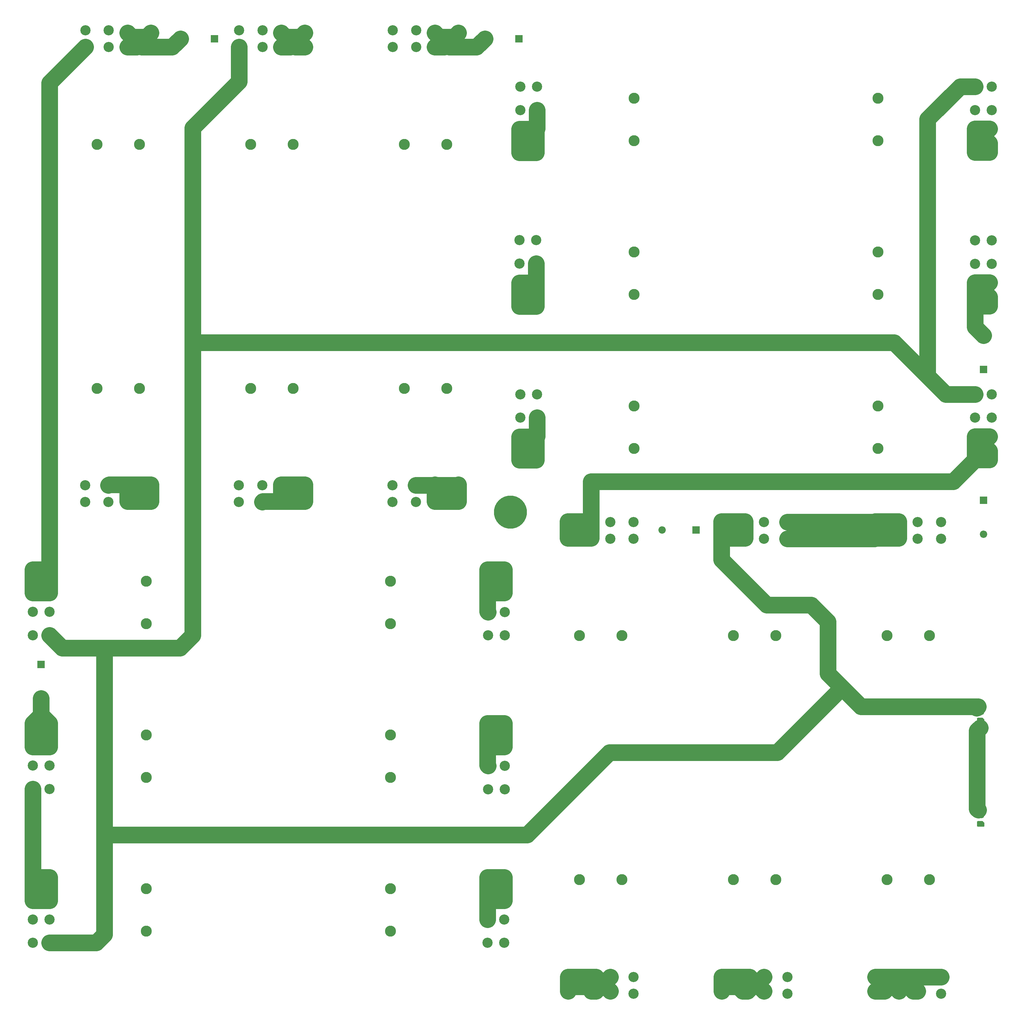
<source format=gbr>
G04 #@! TF.GenerationSoftware,KiCad,Pcbnew,5.1.4-e60b266~84~ubuntu18.04.1*
G04 #@! TF.CreationDate,2019-11-17T22:51:33-05:00*
G04 #@! TF.ProjectId,data_pod_battery_board,64617461-5f70-46f6-945f-626174746572,1*
G04 #@! TF.SameCoordinates,Original*
G04 #@! TF.FileFunction,Copper,L1,Top*
G04 #@! TF.FilePolarity,Positive*
%FSLAX46Y46*%
G04 Gerber Fmt 4.6, Leading zero omitted, Abs format (unit mm)*
G04 Created by KiCad (PCBNEW 5.1.4-e60b266~84~ubuntu18.04.1) date 2019-11-17 22:51:33*
%MOMM*%
%LPD*%
G04 APERTURE LIST*
%ADD10R,3.048000X6.000000*%
%ADD11C,3.048000*%
%ADD12R,6.000000X3.048000*%
%ADD13O,2.200000X2.200000*%
%ADD14R,2.200000X2.200000*%
%ADD15C,1.417157*%
%ADD16C,0.100000*%
%ADD17O,2.200000X1.700000*%
%ADD18C,3.302000*%
%ADD19C,9.906000*%
%ADD20C,5.000000*%
%ADD21C,1.000000*%
G04 APERTURE END LIST*
D10*
X321380652Y-205197848D03*
D11*
X324880652Y-207697848D03*
X317880652Y-207697848D03*
X317880652Y-202697848D03*
X324880652Y-202697848D03*
X393758152Y-164637848D03*
X393758152Y-171637848D03*
X398758152Y-171637848D03*
X398758152Y-164637848D03*
D10*
X321460652Y-341377848D03*
D11*
X317960652Y-338877848D03*
X324960652Y-338877848D03*
X324960652Y-343877848D03*
X317960652Y-343877848D03*
X262648152Y-164637848D03*
X262648152Y-171637848D03*
X257648152Y-171637848D03*
X257648152Y-164637848D03*
X337580652Y-338877848D03*
X330580652Y-338877848D03*
X330580652Y-343877848D03*
X337580652Y-343877848D03*
D12*
X259968152Y-180837848D03*
D11*
X262468152Y-177337848D03*
X262468152Y-184337848D03*
X257468152Y-184337848D03*
X257468152Y-177337848D03*
X337580652Y-202877848D03*
X330580652Y-202877848D03*
X330580652Y-207877848D03*
X337580652Y-207877848D03*
D12*
X396258152Y-180757848D03*
D11*
X393758152Y-184257848D03*
X393758152Y-177257848D03*
X398758152Y-177257848D03*
X398758152Y-184257848D03*
D10*
X367385652Y-205197848D03*
D11*
X370885652Y-207697848D03*
X363885652Y-207697848D03*
X363885652Y-202697848D03*
X370885652Y-202697848D03*
D10*
X275375652Y-205197848D03*
D11*
X278875652Y-207697848D03*
X271875652Y-207697848D03*
X271875652Y-202697848D03*
X278875652Y-202697848D03*
D10*
X367465652Y-341377848D03*
D11*
X363965652Y-338877848D03*
X370965652Y-338877848D03*
X370965652Y-343877848D03*
X363965652Y-343877848D03*
D10*
X275455652Y-341377848D03*
D11*
X271955652Y-338877848D03*
X278955652Y-338877848D03*
X278955652Y-343877848D03*
X271955652Y-343877848D03*
X383585652Y-338877848D03*
X376585652Y-338877848D03*
X376585652Y-343877848D03*
X383585652Y-343877848D03*
X291575652Y-338877848D03*
X284575652Y-338877848D03*
X284575652Y-343877848D03*
X291575652Y-343877848D03*
X383585652Y-202877848D03*
X376585652Y-202877848D03*
X376585652Y-207877848D03*
X383585652Y-207877848D03*
X291575652Y-202877848D03*
X284575652Y-202877848D03*
X284575652Y-207877848D03*
X291575652Y-207877848D03*
D13*
X396258152Y-206451848D03*
D14*
X396258152Y-196291848D03*
D13*
X300098152Y-205187848D03*
D14*
X310258152Y-205187848D03*
D11*
X393758152Y-72627848D03*
X393758152Y-79627848D03*
X398758152Y-79627848D03*
X398758152Y-72627848D03*
X173530652Y-60787848D03*
X180530652Y-60787848D03*
X180530652Y-55787848D03*
X173530652Y-55787848D03*
X116768152Y-236677848D03*
X116768152Y-229677848D03*
X111768152Y-229677848D03*
X111768152Y-236677848D03*
X116768152Y-328687848D03*
X116768152Y-321687848D03*
X111768152Y-321687848D03*
X111768152Y-328687848D03*
X257648152Y-72627848D03*
X257648152Y-79627848D03*
X262648152Y-79627848D03*
X262648152Y-72627848D03*
X180450652Y-191877848D03*
X173450652Y-191877848D03*
X173450652Y-196877848D03*
X180450652Y-196877848D03*
X248038152Y-229757848D03*
X248038152Y-236757848D03*
X253038152Y-236757848D03*
X253038152Y-229757848D03*
X252858152Y-328687848D03*
X252858152Y-321687848D03*
X247858152Y-321687848D03*
X247858152Y-328687848D03*
D12*
X259968152Y-88827848D03*
D11*
X262468152Y-85327848D03*
X262468152Y-92327848D03*
X257468152Y-92327848D03*
X257468152Y-85327848D03*
D10*
X189650652Y-194197848D03*
D11*
X193150652Y-196697848D03*
X186150652Y-196697848D03*
X186150652Y-191697848D03*
X193150652Y-191697848D03*
D12*
X250358152Y-220557848D03*
D11*
X252858152Y-217057848D03*
X252858152Y-224057848D03*
X247858152Y-224057848D03*
X247858152Y-217057848D03*
D12*
X250358152Y-312567848D03*
D11*
X252858152Y-309067848D03*
X252858152Y-316067848D03*
X247858152Y-316067848D03*
X247858152Y-309067848D03*
D12*
X396258152Y-88747848D03*
D11*
X393758152Y-92247848D03*
X393758152Y-85247848D03*
X398758152Y-85247848D03*
X398758152Y-92247848D03*
X193150652Y-55787848D03*
X186150652Y-55787848D03*
X186150652Y-60787848D03*
X193150652Y-60787848D03*
D10*
X189650652Y-58287848D03*
D11*
X111768152Y-217057848D03*
X111768152Y-224057848D03*
X116768152Y-224057848D03*
X116768152Y-217057848D03*
D12*
X114268152Y-220557848D03*
X114268152Y-312567848D03*
D11*
X116768152Y-309067848D03*
X116768152Y-316067848D03*
X111768152Y-316067848D03*
X111768152Y-309067848D03*
X393758152Y-118632848D03*
X393758152Y-125632848D03*
X398758152Y-125632848D03*
X398758152Y-118632848D03*
X219535652Y-60787848D03*
X226535652Y-60787848D03*
X226535652Y-55787848D03*
X219535652Y-55787848D03*
X127525652Y-60787848D03*
X134525652Y-60787848D03*
X134525652Y-55787848D03*
X127525652Y-55787848D03*
X116768152Y-282682848D03*
X116768152Y-275682848D03*
X111768152Y-275682848D03*
X111768152Y-282682848D03*
X262468152Y-125552848D03*
X262468152Y-118552848D03*
X257468152Y-118552848D03*
X257468152Y-125552848D03*
X226455652Y-191877848D03*
X219455652Y-191877848D03*
X219455652Y-196877848D03*
X226455652Y-196877848D03*
X134445652Y-191877848D03*
X127445652Y-191877848D03*
X127445652Y-196877848D03*
X134445652Y-196877848D03*
X248038152Y-275762848D03*
X248038152Y-282762848D03*
X253038152Y-282762848D03*
X253038152Y-275762848D03*
D12*
X259968152Y-134832848D03*
D11*
X262468152Y-131332848D03*
X262468152Y-138332848D03*
X257468152Y-138332848D03*
X257468152Y-131332848D03*
D10*
X235655652Y-194197848D03*
D11*
X239155652Y-196697848D03*
X232155652Y-196697848D03*
X232155652Y-191697848D03*
X239155652Y-191697848D03*
D10*
X143645652Y-194197848D03*
D11*
X147145652Y-196697848D03*
X140145652Y-196697848D03*
X140145652Y-191697848D03*
X147145652Y-191697848D03*
D12*
X250358152Y-266562848D03*
D11*
X252858152Y-263062848D03*
X252858152Y-270062848D03*
X247858152Y-270062848D03*
X247858152Y-263062848D03*
D12*
X396258152Y-134752848D03*
D11*
X393758152Y-138252848D03*
X393758152Y-131252848D03*
X398758152Y-131252848D03*
X398758152Y-138252848D03*
D10*
X235655652Y-58287848D03*
D11*
X239155652Y-60787848D03*
X232155652Y-60787848D03*
X232155652Y-55787848D03*
X239155652Y-55787848D03*
D10*
X143645652Y-58287848D03*
D11*
X147145652Y-60787848D03*
X140145652Y-60787848D03*
X140145652Y-55787848D03*
X147145652Y-55787848D03*
D12*
X114268152Y-266562848D03*
D11*
X116768152Y-263062848D03*
X116768152Y-270062848D03*
X111768152Y-270062848D03*
X111768152Y-263062848D03*
D13*
X396258152Y-147015848D03*
D14*
X396258152Y-157175848D03*
D13*
X247098152Y-58287848D03*
D14*
X257258152Y-58287848D03*
D13*
X155998152Y-58287848D03*
D14*
X166158152Y-58287848D03*
D13*
X114268152Y-255607848D03*
D14*
X114268152Y-245447848D03*
D15*
X395458152Y-293087848D03*
D16*
G36*
X394559379Y-293933044D02*
G01*
X394512481Y-293918818D01*
X394469259Y-293895715D01*
X394431375Y-293864625D01*
X394400285Y-293826741D01*
X394377182Y-293783519D01*
X394362956Y-293736621D01*
X394358152Y-293687848D01*
X394358152Y-292487848D01*
X394362956Y-292439075D01*
X394377182Y-292392177D01*
X394400285Y-292348955D01*
X394431375Y-292311071D01*
X394469259Y-292279981D01*
X394512481Y-292256878D01*
X394559379Y-292242652D01*
X394608152Y-292237848D01*
X395908152Y-292237848D01*
X395956925Y-292242652D01*
X396003823Y-292256878D01*
X396047045Y-292279981D01*
X396084929Y-292311071D01*
X396484929Y-292711071D01*
X396516019Y-292748955D01*
X396539122Y-292792177D01*
X396553348Y-292839075D01*
X396558152Y-292887848D01*
X396558152Y-293687848D01*
X396553348Y-293736621D01*
X396539122Y-293783519D01*
X396516019Y-293826741D01*
X396484929Y-293864625D01*
X396447045Y-293895715D01*
X396403823Y-293918818D01*
X396356925Y-293933044D01*
X396308152Y-293937848D01*
X394608152Y-293937848D01*
X394559379Y-293933044D01*
X394559379Y-293933044D01*
G37*
D17*
X395458152Y-290587848D03*
X395458152Y-259687848D03*
D15*
X395458152Y-262187848D03*
D16*
G36*
X394559379Y-263033044D02*
G01*
X394512481Y-263018818D01*
X394469259Y-262995715D01*
X394431375Y-262964625D01*
X394400285Y-262926741D01*
X394377182Y-262883519D01*
X394362956Y-262836621D01*
X394358152Y-262787848D01*
X394358152Y-261587848D01*
X394362956Y-261539075D01*
X394377182Y-261492177D01*
X394400285Y-261448955D01*
X394431375Y-261411071D01*
X394469259Y-261379981D01*
X394512481Y-261356878D01*
X394559379Y-261342652D01*
X394608152Y-261337848D01*
X395908152Y-261337848D01*
X395956925Y-261342652D01*
X396003823Y-261356878D01*
X396047045Y-261379981D01*
X396084929Y-261411071D01*
X396484929Y-261811071D01*
X396516019Y-261848955D01*
X396539122Y-261892177D01*
X396553348Y-261939075D01*
X396558152Y-261987848D01*
X396558152Y-262787848D01*
X396553348Y-262836621D01*
X396539122Y-262883519D01*
X396516019Y-262926741D01*
X396484929Y-262964625D01*
X396447045Y-262995715D01*
X396403823Y-263018818D01*
X396356925Y-263033044D01*
X396308152Y-263037848D01*
X394608152Y-263037848D01*
X394559379Y-263033044D01*
X394559379Y-263033044D01*
G37*
D18*
X145770652Y-325227848D03*
X364720652Y-76087848D03*
X130985652Y-89872848D03*
X380125652Y-309822848D03*
X218795652Y-325227848D03*
X218795652Y-279222848D03*
X145770652Y-233217848D03*
X218795652Y-233217848D03*
X145770652Y-312527848D03*
X145770652Y-266522848D03*
X145770652Y-220517848D03*
X218795652Y-312527848D03*
X218795652Y-266522848D03*
X218795652Y-220517848D03*
X176990652Y-89872848D03*
X222995652Y-89872848D03*
X130995652Y-162847848D03*
X176990652Y-162897848D03*
X222995652Y-162897848D03*
X143685652Y-89872848D03*
X189690652Y-89872848D03*
X235695652Y-89872848D03*
X143685652Y-162897848D03*
X189690652Y-162897848D03*
X235695652Y-162897848D03*
X291695652Y-76087848D03*
X364720652Y-122092848D03*
X291695652Y-122092848D03*
X364720652Y-168097848D03*
X291695652Y-168097848D03*
X364720652Y-88787848D03*
X364720652Y-134792848D03*
X364720652Y-180797848D03*
X291695652Y-88787848D03*
X291695652Y-134792848D03*
X291695652Y-180797848D03*
X334120652Y-309822848D03*
X288115652Y-309822848D03*
X380125652Y-236797848D03*
X334120652Y-236797848D03*
X288115652Y-236797848D03*
X367425652Y-309822848D03*
X321420652Y-309822848D03*
X275415652Y-309822848D03*
X367425652Y-236797848D03*
X321420652Y-236797848D03*
X275415652Y-236797848D03*
D19*
X254745652Y-199847848D03*
D18*
X145770652Y-279222848D03*
D20*
X111768152Y-265062848D02*
X116768152Y-270062848D01*
X111768152Y-263062848D02*
X111768152Y-265062848D01*
X111768152Y-263062848D02*
X111768152Y-270062848D01*
X116768152Y-263062848D02*
X116768152Y-270062848D01*
X116768152Y-270062848D02*
X111768152Y-270062848D01*
X111768152Y-263062848D02*
X116768152Y-263062848D01*
X114268152Y-260562848D02*
X116768152Y-263062848D01*
X114268152Y-255607848D02*
X114268152Y-260562848D01*
X111768152Y-263062848D02*
X114268152Y-260562848D01*
X142880662Y-60787848D02*
X147145652Y-56522858D01*
X140145652Y-60787848D02*
X142880662Y-60787848D01*
X144410642Y-60787848D02*
X140145652Y-56522858D01*
X147145652Y-60787848D02*
X144410642Y-60787848D01*
X153498152Y-60787848D02*
X155998152Y-58287848D01*
X147145652Y-60787848D02*
X153498152Y-60787848D01*
X234890662Y-60787848D02*
X239155652Y-56522858D01*
X232155652Y-60787848D02*
X234890662Y-60787848D01*
X236420642Y-60787848D02*
X232155652Y-56522858D01*
X239155652Y-60787848D02*
X236420642Y-60787848D01*
X244598152Y-60787848D02*
X247098152Y-58287848D01*
X239155652Y-60787848D02*
X244598152Y-60787848D01*
X398070642Y-135565338D02*
X398070642Y-138252848D01*
X393758152Y-131252848D02*
X398070642Y-135565338D01*
X393758152Y-135565338D02*
X398070642Y-131252848D01*
X393758152Y-138252848D02*
X393758152Y-135565338D01*
X393758152Y-131252848D02*
X393758152Y-138252848D01*
X393758152Y-144515848D02*
X396258152Y-147015848D01*
X393758152Y-138252848D02*
X393758152Y-144515848D01*
X393758152Y-131252848D02*
X398070642Y-131252848D01*
X393758152Y-138252848D02*
X398070642Y-138252848D01*
D21*
X396158152Y-263387848D02*
X396158152Y-289987848D01*
D20*
X394358152Y-288587848D02*
X394724151Y-288953847D01*
X394358152Y-287287848D02*
X394358152Y-288587848D01*
D21*
X394358152Y-287287848D02*
X394358152Y-289387848D01*
X394358152Y-263087848D02*
X394358152Y-287287848D01*
D20*
X394358152Y-287287848D02*
X394358152Y-265287848D01*
X394358152Y-265287848D02*
X395258152Y-264387848D01*
D21*
X395258152Y-263137848D02*
X395258152Y-264387848D01*
X395258152Y-264387848D02*
X395258152Y-290587848D01*
D20*
X252858152Y-270062848D02*
X247858152Y-270062848D01*
X247858152Y-270062848D02*
X247858152Y-263062848D01*
X247858152Y-263062848D02*
X252858152Y-263062848D01*
X252858152Y-263062848D02*
X252858152Y-270062848D01*
X247858152Y-275582848D02*
X248038152Y-275762848D01*
X247858152Y-270062848D02*
X247858152Y-275582848D01*
X140145652Y-191697848D02*
X147145652Y-191697848D01*
X147145652Y-191697848D02*
X147145652Y-196697848D01*
X147145652Y-196697848D02*
X140145652Y-196697848D01*
X140145652Y-191697848D02*
X140145652Y-196697848D01*
X134625652Y-191697848D02*
X134445652Y-191877848D01*
X140145652Y-191697848D02*
X134625652Y-191697848D01*
X238975652Y-191877848D02*
X239155652Y-191697848D01*
X226455652Y-191877848D02*
X238975652Y-191877848D01*
X239155652Y-191697848D02*
X239155652Y-196697848D01*
X239155652Y-196697848D02*
X232155652Y-196697848D01*
X232155652Y-196697848D02*
X232155652Y-191697848D01*
X257468152Y-131332848D02*
X257468152Y-138332848D01*
X257468152Y-138332848D02*
X262468152Y-138332848D01*
X262468152Y-138332848D02*
X262468152Y-131332848D01*
X262468152Y-131332848D02*
X257468152Y-131332848D01*
X262468152Y-125552848D02*
X262468152Y-131332848D01*
X111768152Y-309067848D02*
X116768152Y-309067848D01*
X111768152Y-316067848D02*
X116768152Y-316067848D01*
X116768152Y-316067848D02*
X116768152Y-309067848D01*
X111768152Y-316067848D02*
X111768152Y-309067848D01*
X111768152Y-282682848D02*
X111768152Y-309067848D01*
X111768152Y-217057848D02*
X111768152Y-224057848D01*
X116768152Y-217057848D02*
X116768152Y-224057848D01*
X116768152Y-224057848D02*
X111768152Y-224057848D01*
X111768152Y-217057848D02*
X116768152Y-217057848D01*
X116768152Y-71545348D02*
X127525652Y-60787848D01*
X116768152Y-217057848D02*
X116768152Y-71545348D01*
X190415642Y-60787848D02*
X186150652Y-56522858D01*
X193150652Y-60787848D02*
X190415642Y-60787848D01*
X188885662Y-60787848D02*
X193150652Y-56522858D01*
X186150652Y-60787848D02*
X188885662Y-60787848D01*
X398070642Y-89560338D02*
X398070642Y-92247848D01*
X393758152Y-85247848D02*
X398070642Y-89560338D01*
X393758152Y-89560338D02*
X398070642Y-85247848D01*
X393758152Y-92247848D02*
X393758152Y-89560338D01*
X393758152Y-85247848D02*
X393758152Y-92247848D01*
X393758152Y-85247848D02*
X398070642Y-85247848D01*
X393758152Y-92247848D02*
X398070642Y-92247848D01*
X252858152Y-309067848D02*
X252858152Y-316067848D01*
X252858152Y-316067848D02*
X247858152Y-316067848D01*
X247858152Y-309067848D02*
X247858152Y-316067848D01*
X247858152Y-309067848D02*
X252858152Y-309067848D01*
X247858152Y-316067848D02*
X247858152Y-321687848D01*
X247858152Y-217057848D02*
X252858152Y-217057848D01*
X252858152Y-217057848D02*
X252858152Y-224057848D01*
X252858152Y-224057848D02*
X247858152Y-224057848D01*
X247858152Y-224057848D02*
X247858152Y-217057848D01*
X247858152Y-229577848D02*
X248038152Y-229757848D01*
X247858152Y-224057848D02*
X247858152Y-229577848D01*
X186150652Y-191697848D02*
X193150652Y-191697848D01*
X193150652Y-191697848D02*
X193150652Y-196697848D01*
X180630652Y-196697848D02*
X180450652Y-196877848D01*
X193150652Y-196697848D02*
X180630652Y-196697848D01*
X186150652Y-191697848D02*
X186150652Y-196697848D01*
X257468152Y-85327848D02*
X257468152Y-92327848D01*
X257468152Y-92327848D02*
X262468152Y-92327848D01*
X262468152Y-92327848D02*
X262468152Y-85327848D01*
X262468152Y-85327848D02*
X257468152Y-85327848D01*
X262648152Y-85147848D02*
X262468152Y-85327848D01*
X262648152Y-79627848D02*
X262648152Y-85147848D01*
X317880652Y-202697848D02*
X324880652Y-202697848D01*
X324880652Y-202697848D02*
X324880652Y-207697848D01*
X324880652Y-207697848D02*
X317880652Y-207697848D01*
X317880652Y-202697848D02*
X317880652Y-207697848D01*
X317880652Y-214118366D02*
X331450134Y-227687848D01*
X317880652Y-207697848D02*
X317880652Y-214118366D01*
X331450134Y-227687848D02*
X344758152Y-227687848D01*
X344758152Y-227687848D02*
X349758152Y-232687848D01*
X349758152Y-232687848D02*
X349758152Y-248187848D01*
X120578152Y-240487848D02*
X116768152Y-236677848D01*
X159658152Y-236687848D02*
X155858152Y-240487848D01*
X173530652Y-60787848D02*
X173530652Y-71115348D01*
X173530652Y-71115348D02*
X159658152Y-84987848D01*
X116768152Y-328687848D02*
X130758152Y-328687848D01*
X130758152Y-328687848D02*
X133258152Y-326187848D01*
X155858152Y-240487848D02*
X133258152Y-240487848D01*
X133258152Y-240487848D02*
X120578152Y-240487848D01*
X133258152Y-296387848D02*
X133258152Y-240487848D01*
X133258152Y-296387848D02*
X259758152Y-296387848D01*
X133258152Y-326187848D02*
X133258152Y-296387848D01*
X259758152Y-296387848D02*
X284358152Y-271787848D01*
X334558152Y-271787848D02*
X353958152Y-252387848D01*
X284358152Y-271787848D02*
X334558152Y-271787848D01*
X349758152Y-248187848D02*
X353958152Y-252387848D01*
X159858152Y-149187848D02*
X159658152Y-149387848D01*
X369558152Y-149187848D02*
X159858152Y-149187848D01*
X393758152Y-164637848D02*
X385008152Y-164637848D01*
X159658152Y-84987848D02*
X159658152Y-149387848D01*
X159658152Y-149387848D02*
X159658152Y-236687848D01*
X393758152Y-72627848D02*
X389318152Y-72627848D01*
X389318152Y-72627848D02*
X379558152Y-82387848D01*
X379558152Y-82387848D02*
X379558152Y-159187848D01*
X385008152Y-164637848D02*
X379558152Y-159187848D01*
X379558152Y-159187848D02*
X369558152Y-149187848D01*
X394690150Y-258087848D02*
X394274151Y-258503847D01*
X353958152Y-252387848D02*
X359658152Y-258087848D01*
X359658152Y-258087848D02*
X394690150Y-258087848D01*
X271955652Y-338877848D02*
X278955652Y-338877848D01*
X271955652Y-338877848D02*
X271955652Y-343172838D01*
X278955652Y-338877848D02*
X278955652Y-343172838D01*
X280280662Y-338877848D02*
X284575652Y-343172838D01*
X278955652Y-338877848D02*
X280280662Y-338877848D01*
X280280662Y-343172838D02*
X278955652Y-343172838D01*
X284575652Y-338877848D02*
X280280662Y-343172838D01*
X366670662Y-338877848D02*
X370965652Y-343172838D01*
X363965652Y-338877848D02*
X366670662Y-338877848D01*
X366670662Y-343172838D02*
X363965652Y-343172838D01*
X370965652Y-338877848D02*
X366670662Y-343172838D01*
X363965652Y-338877848D02*
X383585652Y-338877848D01*
X375260642Y-343172838D02*
X376585652Y-343172838D01*
X370965652Y-338877848D02*
X375260642Y-343172838D01*
X393758152Y-177257848D02*
X398070642Y-177257848D01*
X393758152Y-177257848D02*
X393758152Y-184257848D01*
X398070642Y-181570338D02*
X398070642Y-184257848D01*
X393758152Y-177257848D02*
X398070642Y-181570338D01*
X393758152Y-184257848D02*
X398070642Y-184257848D01*
X393758152Y-181570338D02*
X398070642Y-177257848D01*
X393758152Y-184257848D02*
X393758152Y-181570338D01*
X271875652Y-202697848D02*
X278875652Y-202697848D01*
X278875652Y-202697848D02*
X278875652Y-207697848D01*
X278875652Y-207697848D02*
X271875652Y-207697848D01*
X271875652Y-207697848D02*
X271875652Y-202697848D01*
X278875652Y-202697848D02*
X278875652Y-190770348D01*
X387245652Y-190770348D02*
X392234153Y-185781847D01*
X392234153Y-185781847D02*
X393758152Y-184257848D01*
X278875652Y-190770348D02*
X387245652Y-190770348D01*
X363705652Y-202877848D02*
X363885652Y-202697848D01*
X337580652Y-202877848D02*
X363705652Y-202877848D01*
X363705652Y-207877848D02*
X363885652Y-207697848D01*
X337580652Y-207877848D02*
X363705652Y-207877848D01*
X363885652Y-202697848D02*
X370885652Y-202697848D01*
X370885652Y-202697848D02*
X370885652Y-207697848D01*
X370885652Y-207697848D02*
X363885652Y-207697848D01*
X257468152Y-177337848D02*
X262468152Y-177337848D01*
X257468152Y-184337848D02*
X262468152Y-184337848D01*
X262468152Y-184337848D02*
X262468152Y-177337848D01*
X257468152Y-177337848D02*
X257468152Y-184337848D01*
X262648152Y-177157848D02*
X262468152Y-177337848D01*
X262648152Y-171637848D02*
X262648152Y-177157848D01*
X317960652Y-338877848D02*
X324960652Y-338877848D01*
X317960652Y-341033109D02*
X317960652Y-343172838D01*
X317960652Y-338877848D02*
X317960652Y-341033109D01*
X320665662Y-338877848D02*
X324960652Y-343172838D01*
X317960652Y-338877848D02*
X320665662Y-338877848D01*
X324255642Y-343172838D02*
X324960652Y-343172838D01*
X323436653Y-342353849D02*
X324255642Y-343172838D01*
X324960652Y-338877848D02*
X323436653Y-340401847D01*
X323436653Y-340401847D02*
X323436653Y-342353849D01*
X326285662Y-338877848D02*
X330580652Y-343172838D01*
X324960652Y-338877848D02*
X326285662Y-338877848D01*
X325665662Y-343172838D02*
X324960652Y-343172838D01*
X330580652Y-338877848D02*
X329056653Y-340401847D01*
X328436653Y-340401847D02*
X325665662Y-343172838D01*
X329056653Y-340401847D02*
X328436653Y-340401847D01*
M02*

</source>
